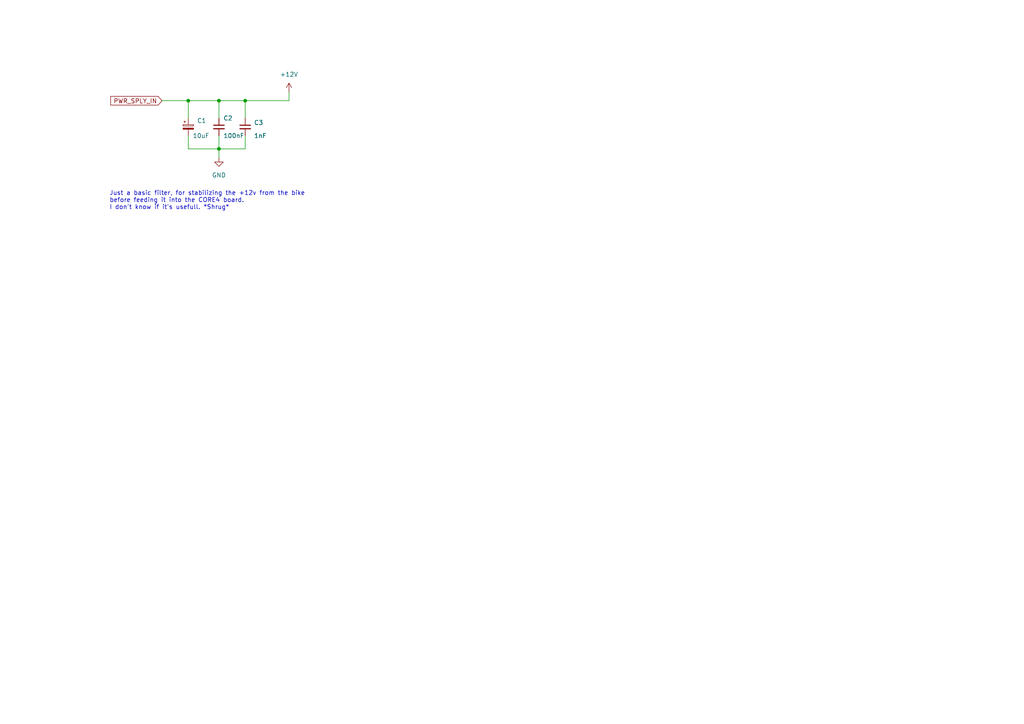
<source format=kicad_sch>
(kicad_sch (version 20230121) (generator eeschema)
  (paper "A4")
  (lib_symbols
    (symbol "Device:C_Polarized_Small" (pin_numbers hide) (pin_names (offset 0.254) hide)
      (property "Reference" "C" (at 0.254 1.778 0))
      (property "Value" "C_Polarized_Small" (at 0.254 -2.032 0))
      (symbol "C_Polarized_Small_0_1"
        (rectangle (start -1.524 -0.3048) (end 1.524 -0.6858) (fill (type outline)))
        (rectangle (start -1.524 0.6858) (end 1.524 0.3048))
        (polyline (pts (xy -1.27 1.524) (xy -0.762 1.524)))
        (polyline (pts (xy -1.016 1.27) (xy -1.016 1.778)))
      )
      (symbol "C_Polarized_Small_1_1"
        (pin passive line (at 0 2.54 270) (length 1.8542) (name "~") (number "1"))
        (pin passive line (at 0 -2.54 90) (length 1.8542) (name "~") (number "2"))
      )
    )
    (symbol "Device:C_Small" (pin_numbers hide) (pin_names (offset 0.254) hide)
      (property "Reference" "C" (at 0.254 1.778 0))
      (property "Value" "C_Small" (at 0.254 -2.032 0))
      (symbol "C_Small_0_1"
        (polyline (pts (xy -1.524 -0.508) (xy 1.524 -0.508)) (stroke (width 0.3302)))
        (polyline (pts (xy -1.524 0.508) (xy 1.524 0.508)) (stroke (width 0.3048)))
      )
      (symbol "C_Small_1_1"
        (pin passive line (at 0 2.54 270) (length 2.032) (name "~") (number "1"))
        (pin passive line (at 0 -2.54 90) (length 2.032) (name "~") (number "2"))
      )
    )
    (symbol "power:+12V" (power) (pin_names (offset 0))
      (property "Value" "+12V" (at 0 3.556 0))
      (symbol "+12V_0_1"
        (polyline (pts (xy -0.762 1.27) (xy 0 2.54)))
        (polyline (pts (xy 0 0) (xy 0 2.54)))
        (polyline (pts (xy 0 2.54) (xy 0.762 1.27)))
      )
      (symbol "+12V_1_1"
        (pin power_in line (at 0 0 90) (length 0) hide (name "+12V") (number "1"))
      )
    )
    (symbol "power:GND" (power) (pin_names (offset 0))
      (property "Value" "GND" (at 0 -3.81 0))
      (symbol "GND_0_1"
        (polyline (pts (xy 0 0) (xy 0 -1.27) (xy 1.27 -1.27) (xy 0 -2.54) (xy -1.27 -1.27) (xy 0 -1.27)))
      )
      (symbol "GND_1_1"
        (pin power_in line (at 0 0 270) (length 0) hide (name "GND") (number "1"))
      )
    )
  )
  (junction (at 54.61 29.21))
  (junction (at 71.12 29.21))
  (junction (at 63.5 29.21))
  (junction (at 63.5 43.18))
  (wire (pts (xy 71.12 29.21) (xy 83.82 29.21)))
  (wire (pts (xy 63.5 39.37) (xy 63.5 43.18)))
  (wire (pts (xy 83.82 26.67) (xy 83.82 29.21)))
  (wire (pts (xy 63.5 43.18) (xy 63.5 45.72)))
  (wire (pts (xy 54.61 43.18) (xy 63.5 43.18)))
  (wire (pts (xy 54.61 39.37) (xy 54.61 43.18)))
  (wire (pts (xy 71.12 43.18) (xy 71.12 39.37)))
  (wire (pts (xy 46.99 29.21) (xy 54.61 29.21)))
  (wire (pts (xy 54.61 29.21) (xy 54.61 34.29)))
  (wire (pts (xy 54.61 29.21) (xy 63.5 29.21)))
  (wire (pts (xy 71.12 29.21) (xy 71.12 34.29)))
  (wire (pts (xy 63.5 29.21) (xy 71.12 29.21)))
  (wire (pts (xy 63.5 43.18) (xy 71.12 43.18)))
  (wire (pts (xy 63.5 29.21) (xy 63.5 34.29)))
  (text "Just a basic filter, for stabilizing the +12v from the bike\nbefore feeding it into the CORE4 board.\nI don't know if it's usefull. *Shrug*" (at 31.75 60.96 0) (effects (font (size 1.27 1.27)) (justify left bottom)))
  (global_label "PWR_SPLY_IN" (shape input) (at 46.99 29.21 180) (property "Intersheetrefs" "${INTERSHEET_REFS}" (effects hide)))
  (symbol (lib_id "power:GND") (at 63.5 45.72 0) (unit 1)
    (property "Reference" "#PWR03" (effects hide))
    (property "Value" "GND" (at 63.5 50.8 0))
  )
  (symbol (lib_id "Device:C_Small") (at 63.5 36.83 0) (unit 1)
    (property "Reference" "C2" (at 64.77 34.29 0) (effects (justify left)))
    (property "Value" "100nF" (at 64.77 39.37 0) (effects (justify left)))
    (property "Footprint" "Capacitor_THT:C_Rect_L7.0mm_W2.5mm_P5.00mm" (effects hide))
  )
  (symbol (lib_id "Device:C_Small") (at 71.12 36.83 0) (unit 1)
    (property "Reference" "C3" (at 73.66 35.5663 0) (effects (justify left)))
    (property "Value" "1nF" (at 73.66 39.37 0) (effects (justify left)))
    (property "Footprint" "Capacitor_THT:C_Rect_L7.0mm_W2.5mm_P5.00mm" (effects hide))
  )
  (symbol (lib_id "power:+12V") (at 83.82 26.67 0) (unit 1)
    (property "Reference" "#PWR05" (effects hide))
    (property "Value" "+12V" (at 83.82 21.59 0))
  )
  (symbol (lib_id "Device:C_Polarized_Small") (at 54.61 36.83 0) (unit 1)
    (property "Reference" "C1" (at 57.15 35.0139 0) (effects (justify left)))
    (property "Value" "10uF" (at 55.88 39.37 0) (effects (justify left)))
    (property "Footprint" "Capacitor_THT:CP_Radial_D5.0mm_P2.00mm" (effects hide))
  )
)
</source>
